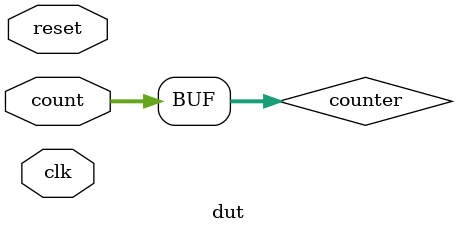
<source format=sv>
module dut(
    input logic clk,
    input logic reset,
    input logic [3:0] count
);

logic [3:0] counter;

initial begin 
    $dumpfile("dump.vcd");
    $dumpvars(1,dut);
end 

always_ff @(posedge clk) begin
    if(reset) begin
        counter <= 0;
    end else begin  
        counter <= counter + 1;  
    end     
end
assign count = counter;

endmodule
</source>
